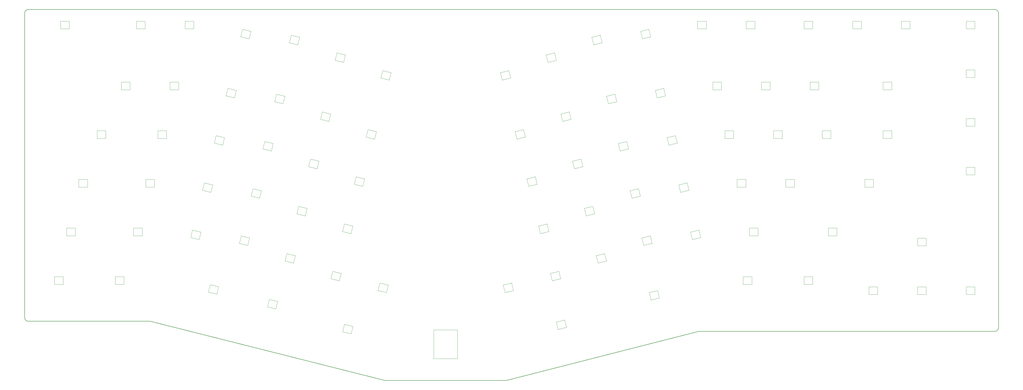
<source format=gbr>
%TF.GenerationSoftware,KiCad,Pcbnew,(7.0.0-0)*%
%TF.CreationDate,2023-04-21T13:35:00-07:00*%
%TF.ProjectId,redherring_v2,72656468-6572-4726-996e-675f76322e6b,rev?*%
%TF.SameCoordinates,Original*%
%TF.FileFunction,Profile,NP*%
%FSLAX46Y46*%
G04 Gerber Fmt 4.6, Leading zero omitted, Abs format (unit mm)*
G04 Created by KiCad (PCBNEW (7.0.0-0)) date 2023-04-21 13:35:00*
%MOMM*%
%LPD*%
G01*
G04 APERTURE LIST*
%TA.AperFunction,Profile*%
%ADD10C,0.150000*%
%TD*%
%TA.AperFunction,Profile*%
%ADD11C,0.140000*%
%TD*%
%TA.AperFunction,Profile*%
%ADD12C,0.100000*%
%TD*%
%TA.AperFunction,Profile*%
%ADD13C,0.120000*%
%TD*%
G04 APERTURE END LIST*
D10*
X212167915Y-191915858D02*
G75*
G03*
X212530798Y-191871297I-15J1499958D01*
G01*
X212167915Y-191915853D02*
X165410426Y-191915852D01*
X403816750Y-46667000D02*
X25355840Y-46672000D01*
X405316700Y-48167000D02*
G75*
G03*
X403816750Y-46667000I-1500000J0D01*
G01*
X403816250Y-172698750D02*
X287870000Y-172698750D01*
D11*
X405316250Y-171198750D02*
X405316750Y-48167000D01*
D10*
X403816250Y-172698750D02*
G75*
G03*
X405316250Y-171198750I-50J1500050D01*
G01*
X23855800Y-167230000D02*
G75*
G03*
X25355840Y-168730000I1500000J0D01*
G01*
X287870000Y-172698750D02*
X212530798Y-191871297D01*
X165047543Y-191871296D02*
X72980840Y-168730000D01*
X23855840Y-48172000D02*
X23855840Y-167230000D01*
X25355840Y-46672040D02*
G75*
G03*
X23855840Y-48172000I-40J-1499960D01*
G01*
X25355840Y-168730000D02*
X72980840Y-168730000D01*
X165047541Y-191871303D02*
G75*
G03*
X165410426Y-191915852I362859J1455503D01*
G01*
D12*
%TO.C,SW84*%
X305279250Y-151275135D02*
X305279250Y-154275135D01*
X308679250Y-151275135D02*
X305279250Y-151275135D01*
X308679250Y-154275135D02*
X305279250Y-154275135D01*
X308679250Y-154275135D02*
X308679250Y-151275135D01*
%TO.C,SW49*%
X229776653Y-149949009D02*
X230502419Y-152859896D01*
X233075659Y-149126474D02*
X229776653Y-149949009D01*
X233801424Y-152037361D02*
X230502419Y-152859896D01*
X233801424Y-152037361D02*
X233075659Y-149126474D01*
%TO.C,SW25*%
X135812819Y-105239320D02*
X135087053Y-108150207D01*
X139111824Y-106061855D02*
X135812819Y-105239320D01*
X138386058Y-108972742D02*
X135087053Y-108150207D01*
X138386058Y-108972742D02*
X139111824Y-106061855D01*
%TO.C,SW87*%
X373541750Y-155243885D02*
X373541750Y-158243885D01*
X376941750Y-155243885D02*
X373541750Y-155243885D01*
X376941750Y-158243885D02*
X373541750Y-158243885D01*
X376941750Y-158243885D02*
X376941750Y-155243885D01*
%TO.C,SW8*%
X228098109Y-64472313D02*
X228823875Y-67383200D01*
X231397115Y-63649778D02*
X228098109Y-64472313D01*
X232122880Y-66560665D02*
X228823875Y-67383200D01*
X232122880Y-66560665D02*
X231397115Y-63649778D01*
%TO.C,SW27*%
X220559429Y-112980742D02*
X221285195Y-115891629D01*
X223858435Y-112158207D02*
X220559429Y-112980742D01*
X224584200Y-115069094D02*
X221285195Y-115891629D01*
X224584200Y-115069094D02*
X223858435Y-112158207D01*
%TO.C,SW17*%
X215950817Y-94496609D02*
X216676583Y-97407496D01*
X219249823Y-93674074D02*
X215950817Y-94496609D01*
X219975588Y-96584961D02*
X216676583Y-97407496D01*
X219975588Y-96584961D02*
X219249823Y-93674074D01*
%TO.C,SW32*%
X71281340Y-113175135D02*
X71281340Y-116175135D01*
X74681340Y-113175135D02*
X71281340Y-113175135D01*
X74681340Y-116175135D02*
X71281340Y-116175135D01*
X74681340Y-116175135D02*
X74681340Y-113175135D01*
D13*
%TO.C,LS1*%
X193391340Y-172065000D02*
X184091340Y-172065000D01*
X184091340Y-172065000D02*
X184091340Y-183365000D01*
X184091340Y-183365000D02*
X193391340Y-183365000D01*
X193391340Y-183365000D02*
X193391340Y-172065000D01*
D12*
%TO.C,SW77*%
X321948000Y-113175135D02*
X321948000Y-116175135D01*
X325348000Y-113175135D02*
X321948000Y-113175135D01*
X325348000Y-116175135D02*
X321948000Y-116175135D01*
X325348000Y-116175135D02*
X325348000Y-113175135D01*
%TO.C,SW76*%
X302898000Y-113175135D02*
X302898000Y-116175135D01*
X306298000Y-113175135D02*
X302898000Y-113175135D01*
X306298000Y-116175135D02*
X302898000Y-116175135D01*
X306298000Y-116175135D02*
X306298000Y-113175135D01*
%TO.C,SW58*%
X268466939Y-157481479D02*
X269192705Y-160392366D01*
X271765945Y-156658944D02*
X268466939Y-157481479D01*
X272491710Y-159569831D02*
X269192705Y-160392366D01*
X272491710Y-159569831D02*
X271765945Y-156658944D01*
%TO.C,SW42*%
X66518840Y-132225135D02*
X66518840Y-135225135D01*
X69918840Y-132225135D02*
X66518840Y-132225135D01*
X69918840Y-135225135D02*
X66518840Y-135225135D01*
X69918840Y-135225135D02*
X69918840Y-132225135D01*
%TO.C,SW80*%
X392592250Y-51262135D02*
X392592250Y-54262135D01*
X395992250Y-51262135D02*
X392592250Y-51262135D01*
X395992250Y-54262135D02*
X392592250Y-54262135D01*
X395992250Y-54262135D02*
X395992250Y-51262135D01*
%TO.C,SW12*%
X80806340Y-75075135D02*
X80806340Y-78075135D01*
X84206340Y-75075135D02*
X80806340Y-75075135D01*
X84206340Y-78075135D02*
X80806340Y-78075135D01*
X84206340Y-78075135D02*
X84206340Y-75075135D01*
%TO.C,SW23*%
X98844552Y-96022096D02*
X98118786Y-98932983D01*
X102143557Y-96844631D02*
X98844552Y-96022096D01*
X101417791Y-99755518D02*
X98118786Y-98932983D01*
X101417791Y-99755518D02*
X102143557Y-96844631D01*
%TO.C,SW48*%
X211292520Y-154557622D02*
X212018286Y-157468509D01*
X214591526Y-153735087D02*
X211292520Y-154557622D01*
X215317291Y-156645974D02*
X212018286Y-157468509D01*
X215317291Y-156645974D02*
X214591526Y-153735087D01*
%TO.C,SW82*%
X338616750Y-132225135D02*
X338616750Y-135225135D01*
X342016750Y-132225135D02*
X338616750Y-132225135D01*
X342016750Y-135225135D02*
X338616750Y-135225135D01*
X342016750Y-135225135D02*
X342016750Y-132225135D01*
%TO.C,SW22*%
X76043840Y-94125135D02*
X76043840Y-97125135D01*
X79443840Y-94125135D02*
X76043840Y-94125135D01*
X79443840Y-97125135D02*
X76043840Y-97125135D01*
X79443840Y-97125135D02*
X79443840Y-94125135D01*
%TO.C,SW36*%
X149112264Y-130642583D02*
X148386498Y-133553470D01*
X152411269Y-131465118D02*
X149112264Y-130642583D01*
X151685503Y-134376005D02*
X148386498Y-133553470D01*
X151685503Y-134376005D02*
X152411269Y-131465118D01*
%TO.C,SW41*%
X40325090Y-132225135D02*
X40325090Y-135225135D01*
X43725090Y-132225135D02*
X40325090Y-132225135D01*
X43725090Y-135225135D02*
X40325090Y-135225135D01*
X43725090Y-135225135D02*
X43725090Y-132225135D01*
%TO.C,SW14*%
X122513374Y-79836058D02*
X121787608Y-82746945D01*
X125812379Y-80658593D02*
X122513374Y-79836058D01*
X125086613Y-83569480D02*
X121787608Y-82746945D01*
X125086613Y-83569480D02*
X125812379Y-80658593D01*
%TO.C,SW10*%
X265066376Y-55255089D02*
X265792142Y-58165976D01*
X268365382Y-54432554D02*
X265066376Y-55255089D01*
X269091147Y-57343441D02*
X265792142Y-58165976D01*
X269091147Y-57343441D02*
X268365382Y-54432554D01*
%TO.C,SW21*%
X52231340Y-94125135D02*
X52231340Y-97125135D01*
X55631340Y-94125135D02*
X52231340Y-94125135D01*
X55631340Y-97125135D02*
X52231340Y-97125135D01*
X55631340Y-97125135D02*
X55631340Y-94125135D01*
%TO.C,SW30*%
X275435753Y-96844389D02*
X276161519Y-99755276D01*
X278734759Y-96021854D02*
X275435753Y-96844389D01*
X279460524Y-98932741D02*
X276161519Y-99755276D01*
X279460524Y-98932741D02*
X278734759Y-96021854D01*
%TO.C,SW63*%
X329091750Y-51262635D02*
X329091750Y-54262635D01*
X332491750Y-51262635D02*
X329091750Y-51262635D01*
X332491750Y-54262635D02*
X329091750Y-54262635D01*
X332491750Y-54262635D02*
X332491750Y-51262635D01*
%TO.C,SW50*%
X247684710Y-143029881D02*
X248410476Y-145940768D01*
X250983716Y-142207346D02*
X247684710Y-143029881D01*
X251709481Y-145118233D02*
X248410476Y-145940768D01*
X251709481Y-145118233D02*
X250983716Y-142207346D01*
%TO.C,SW33*%
X94235940Y-114506230D02*
X93510174Y-117417117D01*
X97534945Y-115328765D02*
X94235940Y-114506230D01*
X96809179Y-118239652D02*
X93510174Y-117417117D01*
X96809179Y-118239652D02*
X97534945Y-115328765D01*
%TO.C,SW16*%
X158329488Y-93674316D02*
X157603722Y-96585203D01*
X161628493Y-94496851D02*
X158329488Y-93674316D01*
X160902727Y-97407738D02*
X157603722Y-96585203D01*
X160902727Y-97407738D02*
X161628493Y-94496851D01*
%TO.C,SW55*%
X119676466Y-160115645D02*
X118950700Y-163026532D01*
X122975471Y-160938180D02*
X119676466Y-160115645D01*
X122249705Y-163849067D02*
X118950700Y-163026532D01*
X122249705Y-163849067D02*
X122975471Y-160938180D01*
%TO.C,SW38*%
X243076098Y-124545747D02*
X243801864Y-127456634D01*
X246375104Y-123723212D02*
X243076098Y-124545747D01*
X247100869Y-126634099D02*
X243801864Y-127456634D01*
X247100869Y-126634099D02*
X246375104Y-123723212D01*
%TO.C,SW35*%
X131204207Y-123723454D02*
X130478441Y-126634341D01*
X134503212Y-124545989D02*
X131204207Y-123723454D01*
X133777446Y-127456876D02*
X130478441Y-126634341D01*
X133777446Y-127456876D02*
X134503212Y-124545989D01*
%TO.C,SW13*%
X103453164Y-77537963D02*
X102727398Y-80448850D01*
X106752169Y-78360498D02*
X103453164Y-77537963D01*
X106026403Y-81271385D02*
X102727398Y-80448850D01*
X106026403Y-81271385D02*
X106752169Y-78360498D01*
%TO.C,SW53*%
X59375090Y-151275135D02*
X59375090Y-154275135D01*
X62775090Y-151275135D02*
X59375090Y-151275135D01*
X62775090Y-154275135D02*
X59375090Y-154275135D01*
X62775090Y-154275135D02*
X62775090Y-151275135D01*
%TO.C,SW66*%
X312423000Y-75075135D02*
X312423000Y-78075135D01*
X315823000Y-75075135D02*
X312423000Y-75075135D01*
X315823000Y-78075135D02*
X312423000Y-78075135D01*
X315823000Y-78075135D02*
X315823000Y-75075135D01*
%TO.C,SW72*%
X317185500Y-94125135D02*
X317185500Y-97125135D01*
X320585500Y-94125135D02*
X317185500Y-94125135D01*
X320585500Y-97125135D02*
X317185500Y-97125135D01*
X320585500Y-97125135D02*
X320585500Y-94125135D01*
%TO.C,SW62*%
X306454000Y-51262635D02*
X306454000Y-54262635D01*
X309854000Y-51262635D02*
X306454000Y-51262635D01*
X309854000Y-54262635D02*
X306454000Y-54262635D01*
X309854000Y-54262635D02*
X309854000Y-51262635D01*
%TO.C,SW3*%
X109213929Y-54432796D02*
X108488163Y-57343683D01*
X112512934Y-55255331D02*
X109213929Y-54432796D01*
X111787168Y-58166218D02*
X108488163Y-57343683D01*
X111787168Y-58166218D02*
X112512934Y-55255331D01*
%TO.C,SW61*%
X287404000Y-51262635D02*
X287404000Y-54262635D01*
X290804000Y-51262635D02*
X287404000Y-51262635D01*
X290804000Y-54262635D02*
X287404000Y-54262635D01*
X290804000Y-54262635D02*
X290804000Y-51262635D01*
%TO.C,SW52*%
X35562590Y-151275135D02*
X35562590Y-154275135D01*
X38962590Y-151275135D02*
X35562590Y-151275135D01*
X38962590Y-154275135D02*
X35562590Y-154275135D01*
X38962590Y-154275135D02*
X38962590Y-151275135D01*
%TO.C,SW15*%
X140421431Y-86755187D02*
X139695665Y-89666074D01*
X143720436Y-87577722D02*
X140421431Y-86755187D01*
X142994670Y-90488609D02*
X139695665Y-89666074D01*
X142994670Y-90488609D02*
X143720436Y-87577722D01*
%TO.C,SW40*%
X280044365Y-115328523D02*
X280770131Y-118239410D01*
X283343371Y-114505988D02*
X280044365Y-115328523D01*
X284069136Y-117416875D02*
X280770131Y-118239410D01*
X284069136Y-117416875D02*
X283343371Y-114505988D01*
%TO.C,SW86*%
X354491750Y-155243885D02*
X354491750Y-158243885D01*
X357891750Y-155243885D02*
X354491750Y-155243885D01*
X357891750Y-158243885D02*
X354491750Y-158243885D01*
X357891750Y-158243885D02*
X357891750Y-155243885D01*
%TO.C,SW59*%
X265592767Y-136110752D02*
X266318533Y-139021639D01*
X268891773Y-135288217D02*
X265592767Y-136110752D01*
X269617538Y-138199104D02*
X266318533Y-139021639D01*
X269617538Y-138199104D02*
X268891773Y-135288217D01*
%TO.C,SW68*%
X360048000Y-75075135D02*
X360048000Y-78075135D01*
X363448000Y-75075135D02*
X360048000Y-75075135D01*
X363448000Y-78075135D02*
X360048000Y-78075135D01*
X363448000Y-78075135D02*
X363448000Y-75075135D01*
%TO.C,SW64*%
X348141750Y-51262635D02*
X348141750Y-54262635D01*
X351541750Y-51262635D02*
X348141750Y-51262635D01*
X351541750Y-54262635D02*
X348141750Y-54262635D01*
X351541750Y-54262635D02*
X351541750Y-51262635D01*
%TO.C,SW24*%
X117904762Y-98320192D02*
X117178996Y-101231079D01*
X121203767Y-99142727D02*
X117904762Y-98320192D01*
X120478001Y-102053614D02*
X117178996Y-101231079D01*
X120478001Y-102053614D02*
X121203767Y-99142727D01*
%TO.C,SW75*%
X392592250Y-89362135D02*
X392592250Y-92362135D01*
X395992250Y-89362135D02*
X392592250Y-89362135D01*
X395992250Y-92362135D02*
X392592250Y-92362135D01*
X395992250Y-92362135D02*
X395992250Y-89362135D01*
%TO.C,SW78*%
X352904250Y-113175135D02*
X352904250Y-116175135D01*
X356304250Y-113175135D02*
X352904250Y-113175135D01*
X356304250Y-116175135D02*
X352904250Y-116175135D01*
X356304250Y-116175135D02*
X356304250Y-113175135D01*
%TO.C,SW74*%
X360048000Y-94125135D02*
X360048000Y-97125135D01*
X363448000Y-94125135D02*
X360048000Y-94125135D01*
X363448000Y-97125135D02*
X360048000Y-97125135D01*
X363448000Y-97125135D02*
X363448000Y-94125135D01*
%TO.C,SW70*%
X367191750Y-51261935D02*
X367191750Y-54261935D01*
X370591750Y-51261935D02*
X367191750Y-51261935D01*
X370591750Y-54261935D02*
X367191750Y-54261935D01*
X370591750Y-54261935D02*
X370591750Y-51261935D01*
%TO.C,SW28*%
X238467486Y-106061613D02*
X239193252Y-108972500D01*
X241766492Y-105239078D02*
X238467486Y-106061613D01*
X242492257Y-108149965D02*
X239193252Y-108972500D01*
X242492257Y-108149965D02*
X241766492Y-105239078D01*
%TO.C,SW2*%
X86711840Y-51262635D02*
X86711840Y-54262635D01*
X90111840Y-51262635D02*
X86711840Y-51262635D01*
X90111840Y-54262635D02*
X86711840Y-54262635D01*
X90111840Y-54262635D02*
X90111840Y-51262635D01*
%TO.C,SW88*%
X392591750Y-155243885D02*
X392591750Y-158243885D01*
X395991750Y-155243885D02*
X392591750Y-155243885D01*
X395991750Y-158243885D02*
X392591750Y-158243885D01*
X395991750Y-158243885D02*
X395991750Y-155243885D01*
%TO.C,SW1*%
X67661840Y-51262635D02*
X67661840Y-54262635D01*
X71061840Y-51262635D02*
X67661840Y-51262635D01*
X71061840Y-54262635D02*
X67661840Y-54262635D01*
X71061840Y-54262635D02*
X71061840Y-51262635D01*
%TO.C,SW60*%
X284652978Y-133812656D02*
X285378744Y-136723543D01*
X287951984Y-132990121D02*
X284652978Y-133812656D01*
X288677749Y-135901008D02*
X285378744Y-136723543D01*
X288677749Y-135901008D02*
X287951984Y-132990121D01*
%TO.C,SW44*%
X108687538Y-135288459D02*
X107961772Y-138199346D01*
X111986543Y-136110994D02*
X108687538Y-135288459D01*
X111260777Y-139021881D02*
X107961772Y-138199346D01*
X111260777Y-139021881D02*
X111986543Y-136110994D01*
%TO.C,SW34*%
X113296150Y-116804325D02*
X112570384Y-119715212D01*
X116595155Y-117626860D02*
X113296150Y-116804325D01*
X115869389Y-120537747D02*
X112570384Y-119715212D01*
X115869389Y-120537747D02*
X116595155Y-117626860D01*
%TO.C,SW18*%
X233858874Y-87577480D02*
X234584640Y-90488367D01*
X237157880Y-86754945D02*
X233858874Y-87577480D01*
X237883645Y-89665832D02*
X234584640Y-90488367D01*
X237883645Y-89665832D02*
X237157880Y-86754945D01*
%TO.C,SW9*%
X246006166Y-57553184D02*
X246731932Y-60464071D01*
X249305172Y-56730649D02*
X246006166Y-57553184D01*
X250030937Y-59641536D02*
X246731932Y-60464071D01*
X250030937Y-59641536D02*
X249305172Y-56730649D01*
%TO.C,SW56*%
X149137106Y-169915156D02*
X148411340Y-172826043D01*
X152436111Y-170737691D02*
X149137106Y-169915156D01*
X151710345Y-173648578D02*
X148411340Y-172826043D01*
X151710345Y-173648578D02*
X152436111Y-170737691D01*
%TO.C,SW83*%
X373541750Y-136193885D02*
X373541750Y-139193885D01*
X376941750Y-136193885D02*
X373541750Y-136193885D01*
X376941750Y-139193885D02*
X373541750Y-139193885D01*
X376941750Y-139193885D02*
X376941750Y-136193885D01*
%TO.C,SW46*%
X144503652Y-149126716D02*
X143777886Y-152037603D01*
X147802657Y-149949251D02*
X144503652Y-149126716D01*
X147076891Y-152860138D02*
X143777886Y-152037603D01*
X147076891Y-152860138D02*
X147802657Y-149949251D01*
%TO.C,SW54*%
X96571299Y-154354880D02*
X95845533Y-157265767D01*
X99870304Y-155177415D02*
X96571299Y-154354880D01*
X99144538Y-158088302D02*
X95845533Y-157265767D01*
X99144538Y-158088302D02*
X99870304Y-155177415D01*
%TO.C,SW67*%
X331473000Y-75075135D02*
X331473000Y-78075135D01*
X334873000Y-75075135D02*
X331473000Y-75075135D01*
X334873000Y-78075135D02*
X331473000Y-78075135D01*
X334873000Y-78075135D02*
X334873000Y-75075135D01*
%TO.C,SW71*%
X298135500Y-94125135D02*
X298135500Y-97125135D01*
X301535500Y-94125135D02*
X298135500Y-94125135D01*
X301535500Y-97125135D02*
X298135500Y-97125135D01*
X301535500Y-97125135D02*
X301535500Y-94125135D01*
%TO.C,SW5*%
X146182196Y-63650020D02*
X145456430Y-66560907D01*
X149481201Y-64472555D02*
X146182196Y-63650020D01*
X148755435Y-67383442D02*
X145456430Y-66560907D01*
X148755435Y-67383442D02*
X149481201Y-64472555D01*
%TO.C,SW43*%
X89627327Y-132990363D02*
X88901561Y-135901250D01*
X92926332Y-133812898D02*
X89627327Y-132990363D01*
X92200566Y-136723785D02*
X88901561Y-135901250D01*
X92200566Y-136723785D02*
X92926332Y-133812898D01*
%TO.C,SW7*%
X210190052Y-71391442D02*
X210915818Y-74302329D01*
X213489058Y-70568907D02*
X210190052Y-71391442D01*
X214214823Y-73479794D02*
X210915818Y-74302329D01*
X214214823Y-73479794D02*
X213489058Y-70568907D01*
%TO.C,SW11*%
X61756340Y-75075135D02*
X61756340Y-78075135D01*
X65156340Y-75075135D02*
X61756340Y-75075135D01*
X65156340Y-78075135D02*
X61756340Y-78075135D01*
X65156340Y-78075135D02*
X65156340Y-75075135D01*
%TO.C,SW29*%
X256375543Y-99142485D02*
X257101309Y-102053372D01*
X259674549Y-98319950D02*
X256375543Y-99142485D01*
X260400314Y-101230837D02*
X257101309Y-102053372D01*
X260400314Y-101230837D02*
X259674549Y-98319950D01*
%TO.C,SW47*%
X162987785Y-153735329D02*
X162262019Y-156646216D01*
X166286790Y-154557864D02*
X162987785Y-153735329D01*
X165561024Y-157468751D02*
X162262019Y-156646216D01*
X165561024Y-157468751D02*
X166286790Y-154557864D01*
%TO.C,SW73*%
X336235500Y-94125135D02*
X336235500Y-97125135D01*
X339635500Y-94125135D02*
X336235500Y-94125135D01*
X339635500Y-97125135D02*
X336235500Y-97125135D01*
X339635500Y-97125135D02*
X339635500Y-94125135D01*
%TO.C,SW51*%
X37943840Y-51262635D02*
X37943840Y-54262635D01*
X41343840Y-51262635D02*
X37943840Y-51262635D01*
X41343840Y-54262635D02*
X37943840Y-54262635D01*
X41343840Y-54262635D02*
X41343840Y-51262635D01*
%TO.C,SW20*%
X270827141Y-78360256D02*
X271552907Y-81271143D01*
X274126147Y-77537721D02*
X270827141Y-78360256D01*
X274851912Y-80448608D02*
X271552907Y-81271143D01*
X274851912Y-80448608D02*
X274126147Y-77537721D01*
%TO.C,SW6*%
X164090253Y-70569149D02*
X163364487Y-73480036D01*
X167389258Y-71391684D02*
X164090253Y-70569149D01*
X166663492Y-74302571D02*
X163364487Y-73480036D01*
X166663492Y-74302571D02*
X167389258Y-71391684D01*
%TO.C,SW79*%
X392592250Y-108412135D02*
X392592250Y-111412135D01*
X395992250Y-108412135D02*
X392592250Y-108412135D01*
X395992250Y-111412135D02*
X392592250Y-111412135D01*
X395992250Y-111412135D02*
X395992250Y-108412135D01*
%TO.C,SW31*%
X45087590Y-113175135D02*
X45087590Y-116175135D01*
X48487590Y-113175135D02*
X45087590Y-113175135D01*
X48487590Y-116175135D02*
X45087590Y-116175135D01*
X48487590Y-116175135D02*
X48487590Y-113175135D01*
%TO.C,SW57*%
X232074749Y-169009220D02*
X232800515Y-171920107D01*
X235373755Y-168186685D02*
X232074749Y-169009220D01*
X236099520Y-171097572D02*
X232800515Y-171920107D01*
X236099520Y-171097572D02*
X235373755Y-168186685D01*
%TO.C,SW19*%
X251766931Y-80658351D02*
X252492697Y-83569238D01*
X255065937Y-79835816D02*
X251766931Y-80658351D01*
X255791702Y-82746703D02*
X252492697Y-83569238D01*
X255791702Y-82746703D02*
X255065937Y-79835816D01*
%TO.C,SW39*%
X260984155Y-117626618D02*
X261709921Y-120537505D01*
X264283161Y-116804083D02*
X260984155Y-117626618D01*
X265008926Y-119714970D02*
X261709921Y-120537505D01*
X265008926Y-119714970D02*
X264283161Y-116804083D01*
%TO.C,SW37*%
X225168041Y-131464876D02*
X225893807Y-134375763D01*
X228467047Y-130642341D02*
X225168041Y-131464876D01*
X229192812Y-133553228D02*
X225893807Y-134375763D01*
X229192812Y-133553228D02*
X228467047Y-130642341D01*
%TO.C,SW45*%
X126595595Y-142207588D02*
X125869829Y-145118475D01*
X129894600Y-143030123D02*
X126595595Y-142207588D01*
X129168834Y-145941010D02*
X125869829Y-145118475D01*
X129168834Y-145941010D02*
X129894600Y-143030123D01*
%TO.C,SW81*%
X307660500Y-132225135D02*
X307660500Y-135225135D01*
X311060500Y-132225135D02*
X307660500Y-132225135D01*
X311060500Y-135225135D02*
X307660500Y-135225135D01*
X311060500Y-135225135D02*
X311060500Y-132225135D01*
%TO.C,SW4*%
X128274139Y-56730891D02*
X127548373Y-59641778D01*
X131573144Y-57553426D02*
X128274139Y-56730891D01*
X130847378Y-60464313D02*
X127548373Y-59641778D01*
X130847378Y-60464313D02*
X131573144Y-57553426D01*
%TO.C,SW65*%
X293373000Y-75075135D02*
X293373000Y-78075135D01*
X296773000Y-75075135D02*
X293373000Y-75075135D01*
X296773000Y-78075135D02*
X293373000Y-78075135D01*
X296773000Y-78075135D02*
X296773000Y-75075135D01*
%TO.C,SW26*%
X153720876Y-112158449D02*
X152995110Y-115069336D01*
X157019881Y-112980984D02*
X153720876Y-112158449D01*
X156294115Y-115891871D02*
X152995110Y-115069336D01*
X156294115Y-115891871D02*
X157019881Y-112980984D01*
%TO.C,SW69*%
X392592250Y-70312135D02*
X392592250Y-73312135D01*
X395992250Y-70312135D02*
X392592250Y-70312135D01*
X395992250Y-73312135D02*
X392592250Y-73312135D01*
X395992250Y-73312135D02*
X395992250Y-70312135D01*
%TO.C,SW85*%
X329091750Y-151275135D02*
X329091750Y-154275135D01*
X332491750Y-151275135D02*
X329091750Y-151275135D01*
X332491750Y-154275135D02*
X329091750Y-154275135D01*
X332491750Y-154275135D02*
X332491750Y-151275135D01*
%TD*%
M02*

</source>
